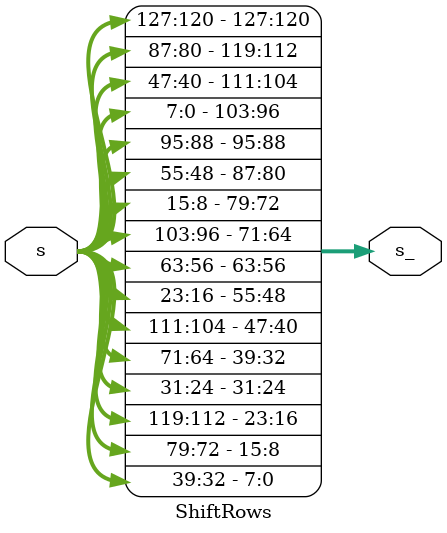
<source format=v>
module ShiftRows(
    input [127:0] s,
    output  [127:0] s_
    );

    assign s_[127:120] = s[127:120];
    assign s_[95:88] = s[95:88];    
    assign s_[63:56] = s[63:56];
    assign s_[31:24] = s[31:24];

    assign s_[119:112] = s[87:80];
    assign s_[87:80] = s[55:48];
    assign s_[55:48] = s[23:16];
    assign s_[23:16] = s[119:112];

    assign s_[111:104] = s[47:40];
    assign s_[79:72] = s[15:8];
    assign s_[47:40] = s[111:104];
    assign s_[15:8] = s[79:72];

    assign s_[103:96] = s[7:0];
    assign s_[71:64] = s[103:96];
    assign s_[39:32] = s[71:64];
    assign s_[7:0] = s[39:32];
endmodule
</source>
